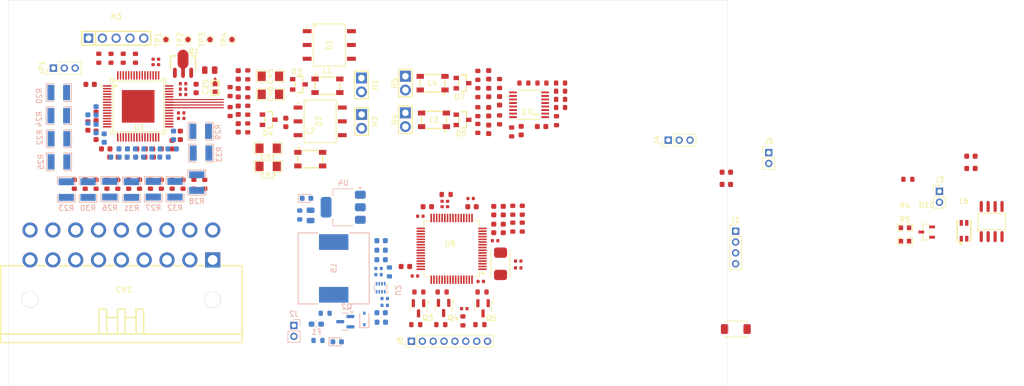
<source format=kicad_pcb>
(kicad_pcb (version 20241229) (generator "pcbnew") (generator_version "9.0")
  (layers (0 "F.Cu" signal) (2 "B.Cu" signal) (13 "F.Paste" user) (15 "B.Paste" user) (5 "F.SilkS" user "F.Silkscreen") (7 "B.SilkS" user "B.Silkscreen") (1 "F.Mask" user) (3 "B.Mask" user) (25 "Edge.Cuts" user))
  (net 0 "")
  (net 1 "/BMS Chips/LDOIN")
  (net 2 "Net-(C77-Pad1)")
  (net 3 "/BMS Chips/NPNB")
  (net 4 "CELL1-")
  (net 5 "Net-(C45-Pad1)")
  (net 6 "Net-(C46-Pad1)")
  (net 7 "LV_GND")
  (net 8 "Net-(D5-Pad2)")
  (net 9 "Net-(D5-Pad1)")
  (net 10 "Net-(D7-Pad2)")
  (net 11 "Net-(D7-Pad1)")
  (net 12 "/Comms Interfaces/CANL")
  (net 13 "/Comms Interfaces/CANH")
  (net 14 "SPI1_MOSI")
  (net 15 "SPI1_nSS")
  (net 16 "SPI1_SCLK")
  (net 17 "nFAULT")
  (net 18 "/Comms Interfaces/COMHP_mb")
  (net 19 "Net-(C60-Pad1)")
  (net 20 "Net-(R54-Pad1)")
  (net 21 "VIO")
  (net 22 "/Comms Interfaces/COMLN_mb")
  (net 23 "SPI1_MISO")
  (net 24 "/Comms Interfaces/COMHN_mb")
  (net 25 "/Comms Interfaces/COMLP_mb")
  (net 26 "Net-(R51-Pad2)")
  (net 27 "Net-(C59-Pad1)")
  (net 29 "Net-(C50-Pad2)")
  (net 30 "/BMS Chips/COMLP_ext")
  (net 31 "/BMS Chips/COMLN_ext")
  (net 32 "/BMS Chips/COMHP_ext")
  (net 33 "/BMS Chips/COMHN_ext")
  (net 34 "CB2")
  (net 35 "CELL2+")
  (net 36 "CELL1+")
  (net 37 "CB1")
  (net 38 "CELL3+")
  (net 39 "CB3")
  (net 40 "CELL5+")
  (net 41 "CB5")
  (net 42 "CELL7+")
  (net 43 "CB7")
  (net 44 "CB0")
  (net 45 "CELL4+")
  (net 46 "CB4")
  (net 47 "CB6")
  (net 48 "CELL6+")
  (net 49 "CELL9+")
  (net 50 "CB9")
  (net 51 "CELL11+")
  (net 52 "CB11")
  (net 53 "CB8")
  (net 54 "CELL8+")
  (net 55 "CB10")
  (net 56 "CELL10+")
  (net 57 "CELL12+")
  (net 58 "CB12")
  (net 59 "/Comms Interfaces/CAN_VREF")
  (net 60 "/BMS Chips/temp1")
  (net 61 "/BMS Chips/temp3")
  (net 62 "/BMS Chips/temp2")
  (net 63 "/BMS Chips/temp4")
  (net 64 "/Comms Interfaces/COMHP_mb_ext")
  (net 65 "/Comms Interfaces/COMHN_mb_ext")
  (net 66 "/Comms Interfaces/COMLN_mb_ext")
  (net 67 "/Comms Interfaces/COMLP_mb_ext")
  (net 68 "Net-(C46-Pad2)")
  (net 69 "Net-(C45-Pad2)")
  (net 70 "Net-(J3-Pin_1)")
  (net 71 "Net-(J3-Pin_2)")
  (net 77 "CELL_TOP")
  (net 78 "Net-(U1-GPIO5)")
  (net 79 "Net-(U1-GPIO6)")
  (net 80 "Net-(U1-GPIO7)")
  (net 81 "Net-(U1-GPIO8)")
  (net 82 "Net-(U2-EN)")
  (net 83 "Net-(U2-FB)")
  (net 84 "+12V")
  (net 85 "Net-(U2-SW)")
  (net 86 "Net-(U2-BST)")
  (net 89 "Net-(Q2-G)")
  (net 90 "Net-(Q2-D)")
  (net 91 "/MCU/nDISCHARGE_EN")
  (net 92 "/MCU/DISCHARGE_EN_12V")
  (net 93 "/MCU/CHARGE_EN_12V")
  (net 94 "/MCU/nCHARGE_EN")
  (net 95 "/MCU/nFAN_EN")
  (net 96 "/MCU/FAN_EN_12V")
  (net 97 "+5V")
  (net 98 "+3.3V")
  (net 99 "USART1_TX")
  (net 101 "CAN1_RX")
  (net 107 "/MCU/CURR_SENSE1")
  (net 109 "Net-(U6-PH0)")
  (net 111 "Net-(U6-VCAP_1)")
  (net 112 "CAN1_TX")
  (net 117 "/MCU/PROX_DETECT")
  (net 118 "/MCU/CHARGE_ON")
  (net 121 "USART1_RX")
  (net 126 "/MCU/SWCLK")
  (net 128 "/MCU/SWDIO")
  (net 136 "Net-(U6-PH1)")
  (net 138 "Net-(S1-B)")
  (net 141 "Net-(J4-Pin_2)")
  (net 143 "/MCU/CTRL_PILOT")
  (net 144 "Net-(U6-VCAP_2)")
  (net 145 "/MCU/CURR_SENSE2")
  (net 147 "Net-(U5-RS)")
  (net 148 "VC3")
  (net 149 "Net-(D6-Pad1)")
  (net 150 "VC1")
  (net 151 "VC12")
  (net 152 "VC4")
  (net 153 "VC5")
  (net 154 "VC6")
  (net 155 "VC7")
  (net 156 "VC9")
  (net 157 "VC10")
  (net 158 "VC11")
  (net 159 "VC8")
  (net 160 "/MCU/CHARGE_ON_12V")
  (net 161 "/MCU/PROX_DETECT_12V")
  (net 162 "/MCU/CURR_CHANNEL2")
  (net 163 "/MCU/CURR_CHANNEL1")
  (net 164 "Net-(D8-Pad1)")
  (net 165 "/BMS Chips/COMHP")
  (net 166 "/BMS Chips/TSREF")
  (net 167 "/BMS Chips/COMLN")
  (net 168 "/BMS Chips/COMLP")
  (net 169 "/BMS Chips/COMHN")
  (net 170 "VC0")
  (net 171 "/BMS Chips/CVDD")
  (net 172 "/BMS Chips/BAT")
  (net 173 "CB_TOP")
  (net 174 "Net-(U1-NEG5V)")
  (net 175 "Net-(U1-DVDD)")
  (net 176 "Net-(U1-AVDD)")
  (net 177 "Net-(U1-REFHP)")
  (net 178 "VBAT")
  (net 179 "VC2")
  (net 192 "/MCU/CTRL_PILOT_12V")
  (net 193 "Net-(C51-Pad1)")
  (net 194 "Net-(C52-Pad1)")
  (net 195 "Net-(D1-Pad2)")
  (net 197 "Net-(C52-Pad2)")
  (net 198 "Net-(C51-Pad2)")
  (footprint "easyeda2kicad:SOT-23_L2.9-W1.3-P1.90-LS2.4-BR" (layer "F.Cu") (at 135 72.02 180)
    (property "Reference" "D5")
    (property "Value" "PESD1CAN,215")
  )
  (footprint "easyeda2kicad:SOT-23_L2.9-W1.3-P1.90-LS2.4-BR" (layer "F.Cu") (at 104.91 65.5 180)
    (property "Reference" "D3")
    (property "Value" "PESD1CAN,215")
  )
  (footprint "TestPoint:TestPoint_Pad_D1.0mm" (layer "F.Cu") (at 80.45 57.25 90)
    (property "Reference" "TP1")
    (property "Value" "TestPoint_Small")
  )
  (footprint "PCM_JLCPCB:R_0603" (layer "F.Cu") (at 85.595 83.87 90)
    (property "Reference" "R17" (hide yes))
    (property "Value" "100Ω")
  )
  (footprint "PCM_JLCPCB:R_0603" (layer "F.Cu") (at 153.04725 65.25 180)
    (property "Reference" "R58" (hide yes))
    (property "Value" "10kΩ")
  )
  (footprint "PCM_JLCPCB:C_0603" (layer "F.Cu") (at 139.82 70.52 -90)
    (property "Reference" "C54" (hide yes))
    (property "Value" "220pF")
  )
  (footprint "PCM_JLCPCB:C_0402" (layer "F.Cu") (at 127.25 89.75 180)
    (property "Reference" "C64" (hide yes))
    (property "Value" "100nF")
  )
  (footprint "TestPoint:TestPoint_Pad_D1.0mm" (layer "F.Cu") (at 84.5 57.25 90)
    (property "Reference" "TP2")
    (property "Value" "TestPoint_Small")
  )
  (footprint "PCM_JLCPCB:C_0603" (layer "F.Cu") (at 83.095 74.87 90)
    (property "Reference" "C8" (hide yes))
    (property "Value" "470nF")
  )
  (footprint "easyeda2kicad:R0603" (layer "F.Cu") (at 216.4 91.87)
    (property "Reference" "R4")
    (property "Value" "0603WAF604JT5E")
  )
  (footprint "TestPoint:TestPoint_Pad_D1.0mm" (layer "F.Cu") (at 92.6 57.25 90)
    (property "Reference" "TP4")
    (property "Value" "TestPoint_Small")
  )
  (footprint "PCM_JLCPCB:C_0603" (layer "F.Cu") (at 69.375 77.37)
    (property "Reference" "C16" (hide yes))
    (property "Value" "470nF")
  )
  (footprint "PCM_JLCPCB:R_0603" (layer "F.Cu") (at 141.82 72.02 90)
    (property "Reference" "R45" (hide yes))
    (property "Value" "1kΩ")
  )
  (footprint "PCM_JLCPCB:R_0603" (layer "F.Cu") (at 83.595 83.87 90)
    (property "Reference" "R16" (hide yes))
    (property "Value" "100Ω")
  )
  (footprint "easyeda2kicad:R0603" (layer "F.Cu") (at 216.4 94.34)
    (property "Reference" "R5")
    (property "Value" "0603WAF604JT5E")
  )
  (footprint "PCM_JLCPCB:C_0603" (layer "F.Cu") (at 228.53 78.71)
    (property "Reference" "C11" (hide yes))
    (property "Value" "4.7nF")
  )
  (footprint "PCM_JLCPCB:C_0402" (layer "F.Cu") (at 138.36 101.75)
    (property "Reference" "C42" (hide yes))
    (property "Value" "100nF")
  )
  (footprint "PCM_JLCPCB:R_0603" (layer "F.Cu") (at 132 85.75 180)
    (property "Reference" "R67" (hide yes))
    (property "Value" "6.2kΩ")
  )
  (footprint "easyeda2kicad:C1206" (layer "F.Cu") (at 99.25 77.25)
    (property "Reference" "C51")
    (property "Value" "1206B222K102NT")
  )
  (footprint "PCM_JLCPCB:C_0402" (layer "F.Cu") (at 83.595 67.37 180)
    (property "Reference" "C78" (hide yes))
    (property "Value" "100nF")
  )
  (footprint "PCM_JLCPCB:R_0603" (layer "F.Cu") (at 141.82 65.34 90)
    (property "Reference" "R48" (hide yes))
    (property "Value" "1kΩ")
  )
  (footprint "easyeda2kicad:SOT-23_L2.9-W1.3-P1.90-LS2.4-BR" (layer "F.Cu") (at 99.35 72 180)
    (property "Reference" "D4")
    (property "Value" "PESD1CAN,215")
  )
  (footprint "PCM_JLCPCB:C_0603" (layer "F.Cu") (at 67.595 71.37 90)
    (property "Reference" "C14" (hide yes))
    (property "Value" "470nF")
  )
  (footprint "easyeda2kicad:HDR-TH_5P-P2.54-V-M" (layer "F.Cu") (at 71.29 57)
    (property "Reference" "H3")
    (property "Value" "PZ254V-11-05P")
  )
  (footprint "PCM_JLCPCB:R_0603" (layer "F.Cu") (at 216.93 82.96)
    (property "Reference" "R18" (hide yes))
    (property "Value" "0Ω")
  )
  (footprint "PCM_JLCPCB:R_0603" (layer "F.Cu") (at 138.21 109.6875)
    (property "Reference" "R76" (hide yes))
    (property "Value" "1kΩ")
  )
  (footprint "PCM_JLCPCB:R_0603" (layer "F.Cu") (at 87.595 83.87 90)
    (property "Reference" "R2" (hide yes))
    (property "Value" "100Ω")
  )
  (footprint "TestPoint:TestPoint_Pad_D1.0mm" (layer "F.Cu") (at 88.55 57.25 90)
    (property "Reference" "TP3")
    (property "Value" "TestPoint_Small")
  )
  (footprint "PCM_JLCPCB:C_0402" (layer "F.Cu") (at 83.25 71.75 180)
    (property "Reference" "C2" (hide yes))
    (property "Value" "1uF")
  )
  (footprint "PCM_JLCPCB:C_0402" (layer "F.Cu") (at 83.25 70.75)
    (property "Reference" "C4" (hide yes))
    (property "Value" "1uF")
  )
  (footprint "PCM_JLCPCB:R_0603" (layer "F.Cu") (at 95.5 70.25 90)
    (property "Reference" "R39" (hide yes))
    (property "Value" "49.9Ω")
  )
  (footprint "PCM_JLCPCB:R_0603" (layer "F.Cu") (at 146 91.75 -90)
    (property "Reference" "R62" (hide yes))
    (property "Value" "2kΩ")
  )
  (footprint "PCM_JLCPCB:R_0603" (layer "F.Cu") (at 81.595 83.87 90)
    (property "Reference" "R15" (hide yes))
    (property "Value" "100Ω")
  )
  (footprint "PCM_JLCPCB:C_0603" (layer "F.Cu") (at 72.595 77.37)
    (property "Reference" "C17" (hide yes))
    (property "Value" "470nF")
  )
  (footprint "PCM_JLCPCB:R_0603" (layer "F.Cu") (at 72.595 60.69 90)
    (property "Reference" "R43" (hide yes))
    (property "Value" "10kΩ")
  )
  (footprint "easyeda2kicad:FILTER-SMD_4P-L4.5-W3.2-TL_ACT45B" (layer "F.Cu") (at 129.5 65.27 180)
    (property "Reference" "L4")
    (property "Value" "ACT45B-101-2P-TL003")
  )
  (footprint "PCM_JLCPCB:CRYSTAL-SMD_L5.0-W3.2" (layer "F.Cu") (at 142 98.5 -90)
    (property "Reference" "X1" (hide yes))
    (property "Value" "X50328MSB2GI")
  )
  (footprint "Connector_PinHeader_2.00mm:PinHeader_1x02_P2.00mm_Vertical" (layer "F.Cu") (at 191.335 78.05)
    (property "Reference" "J5")
    (property "Value" "Conn_01x02_Pin")
  )
  (footprint "PCM_JLCPCB:C_0603" (layer "F.Cu") (at 93.75 70.25 90)
    (property "Reference" "C48" (hide yes))
    (property "Value" "220pF")
  )
  (footprint "PCM_JLCPCB:R_0603" (layer "F.Cu") (at 137.82 70.52 -90)
    (property "Reference" "R47" (hide yes))
    (property "Value" "49.9Ω")
  )
  (footprint "PCM_JLCPCB:R_0603" (layer "F.Cu") (at 131.01 109.6875)
    (property "Reference" "R74" (hide yes))
    (property "Value" "1kΩ")
  )
  (footprint "PCM_JLCPCB:R_0603" (layer "F.Cu") (at 74.845 60.69 90)
    (property "Reference" "R44" (hide yes))
    (property "Value" "10kΩ")
  )
  (footprint "PCM_JLCPCB:R_0603" (layer "F.Cu") (at 73.595 83.87 90)
    (property "Reference" "R11" (hide yes))
    (property "Value" "100Ω")
  )
  (footprint "easyeda2kicad:C1206" (layer "F.Cu") (at 99.66 67.33)
    (property "Reference" "C46")
    (property "Value" "1206B222K102NT")
  )
  (footprint "Connector_PinHeader_2.00mm:PinHeader_1x04_P2.00mm_Vertical" (layer "F.Cu") (at 185.245 92.5)
    (property "Reference" "J1")
    (property "Value" "Conn_01x04_Pin")
  )
  (footprint "PCM_JLCPCB:R_0603" (layer "F.Cu") (at 153.04725 69.75 180)
    (property "Reference" "R56" (hide yes))
    (property "Value" "10kΩ")
  )
  (footprint "easyeda2kicad:FILTER-SMD_4P-L4.5-W3.2-TL_ACT45B" (layer "F.Cu") (at 107 79.25)
    (property "Reference" "L2")
    (property "Value" "ACT45B-101-2P-TL003")
  )
  (footprint "PCM_JLCPCB:C_0603" (layer "F.Cu") (at 70.875 78.87)
    (property "Reference" "C20" (hide yes))
    (property "Value" "470nF")
  )
  (footprint "PCM_JLCPCB:R_0603" (layer "F.Cu") (at 75.595 83.87 90)
    (property "Reference" "R12" (hide yes))
    (property "Value" "100Ω")
  )
  (footprint "easyeda2kicad:SMD-6_L7.6-W6.9-P2.54-LS8.9-BL" (layer "F.Cu") (at 108.82 72.3 -90)
    (property "Reference" "D2")
    (property "Value" "SM91502ALE")
  )
  (footprint "PCM_JLCPCB:C_0603" (layer "F.Cu") (at 102.5 72.5 -90)
    (property "Reference" "C50" (hide yes))
    (property "Value" "100pF")
  )
  (footprint "PCM_JLCPCB:C_0603" (layer "F.Cu") (at 93.75 63.75 90)
    (property "Reference" "C43" (hide yes))
    (property "Value" "220pF")
  )
  (footprint "PCM_JLCPCB:R_0603" (layer "F.Cu") (at 137.82 67.02 90)
    (property "Reference" "R49" (hide yes))
    (property "Value" "49.9Ω")
  )
  (footprint "PCM_JLCPCB:R_0603" (layer "F.Cu") (at 68.095 60.69 90)
    (property "Reference" "R41" (hide yes))
    (property "Value" "10kΩ")
  )
  (footprint "PCM_JLCPCB:SOIC-8_L4.9-W3.9-P1.27-LS6.0-BL" (layer "F.Cu") (at 232.34 90.73)
    (property "Reference" "U5" (hide yes))
    (property "Value" "SN65HVD230DR")
  )
  (footprint "PCM_JLCPCB:C_0402" (layer "F.Cu") (at 145.25 99.25 180)
    (property "Reference" "C9" (hide yes))
    (property "Value" "20pF")
  )
  (footprint "PCM_JLCPCB:C_0603" (layer "F.Cu") (at 149.54725 73.25 180)
    (property "Reference" "C60" (hide yes))
    (property "Value" "220nF")
  )
  (footprint "easyeda2kicad:SOT-89-3_L4.5-W2.5-P1.50-LS4.1-TL-CW" (layer "F.Cu") (at 83.595 62.12 180)
    (property "Reference" "Q1")
    (property "Value" "BCX56-16,115")
  )
  (footprint "easyeda2kicad:HDR-TH_2P-P2.54-V-M" (layer "F.Cu") (at 124.5 65.27 -90)
    (property "Reference" "H5")
    (property "Value" "PZ254V-11-02P")
  )
  (footprint "easyeda2kicad:CONN-TH_15246180" (layer "F.Cu") (at 72.25 95.0375)
    (property "Reference" "CN1")
    (property "Value" "15246180")
  )
  (footprint "easyeda2kicad:SOT-23-3_L2.9-W1.3-P1.90-LS2.3-BR" (layer "F.Cu") (at 220.39 92.66)
    (property "Reference" "D10")
    (property "Value" "ESD2CANFD24DBZRQ1")
  )
  (footprint "easyeda2kicad:FILTER-SMD_4P-L4.5-W3.2-TL_ACT45B" (layer "F.Cu") (at 129.75 72.02 180)
    (property "Reference" "L3")
    (property "Value" "ACT45B-101-2P-TL003")
  )
  (footprint "PCM_JLCPCB:C_0603" (layer "F.Cu") (at 136.75 88)
    (property "Reference" "C65" (hide yes))
    (property "Value" "4.7uF")
  )
  (footprint "PCM_JLCPCB:C_0603" (layer "F.Cu") (at 145.79725 74 90)
    (property "Reference" "C61" (hide yes))
    (property "Value" "100nF")
  )
  (footprint "PCM_JLCPCB:C_0402" (layer "F.Cu") (at 83.595 65.37 180)
    (property "Reference" "C6" (hide yes))
    (property "Value" "100nF")
  )
  (footprint "PCM_JLCPCB:C_0603" (layer "F.Cu") (at 139.82 73.77 90)
    (property "Reference" "C53" (hide yes))
    (property "Value" "220pF")
  )
  (footprint "PCM_JLCPCB:R_0603" (layer "F.Cu") (at 95.5 63.75 90)
    (property "Reference" "R36" (hide yes))
    (property "Value" "49.9Ω")
  )
  (footprint "PCM_JLCPCB:C_0603" (layer "F.Cu") (at 66.095 73.15 -90)
    (property "Reference" "C13" (hide yes))
    (property "Value" "470nF")
  )
  (footprint "PCM_JLCPCB:C_0402" (layer "F.Cu") (at 145.25 98 180)
    (property "Reference" "C71" (hide yes))
    (property "Value" "20pF")
  )
  (footprint "PCM_JLCPCB:R_0603" (layer "F.Cu") (at 146 88.65 -90)
    (property "Reference" "R64" (hide yes))
    (property "Value" "2kΩ")
  )
  (footprint "PCM_JLCPCB:R_0603" (layer "F.Cu") (at 92.25 66.82 -90)
    (property "Reference" "R35" (hide yes))
    (property "Value" "1kΩ")
  )
  (footprint "PCM_JLCPCB:R_0603" (layer "F.Cu") (at 95.5 73.5 -90)
    (property "Reference" "R40" (hide yes))
    (property "Value" "49.9Ω")
  )
  (footprint "easyeda2kicad:FILTER-SMD_4P-L4.5-W3.2-TL_ACT45B" (layer "F.Cu") (at 110.16 65.75)
    (property "Reference" "L1")
    (property "Value" "ACT45B-101-2P-TL003")
  )
  (footprint "PCM_JLCPCB:C_0603" (layer "F.Cu") (at 67.595 74.87 90)
    (property "Reference" "C15" (hide yes))
    (property "Value" "470nF")
  )
  (footprint "easyeda2kicad:HTQFP-64_L10.0-W10.0-P0.50-LS12.0-BL-EP5.9" (layer "F.Cu") (at 75.345 69.54 -90)
    (property "Reference" "U1")
    (property "Value" "BQ79616PAPRQ1")
  )
  (footprint "PCM_JLCPCB:R_0603" (layer "F.Cu") (at 144.25 91.75 -90)
    (property "Reference" "R63" (hide yes))
    (property "Value" "3kΩ")
  )
  (footprint "easyeda2kicad:HDR-TH_2P-P2.54-V-M" (layer "F.Cu") (at 124.5 72 -90)
    (property "Reference" "H4")
    (property "Value" "PZ254V-11-02P")
  )
  (footprint "PCM_JLCPCB:C_0603" (layer "F.Cu") (at 142.5 92 -90)
    (property "Reference" "C73" (hide yes))
    (property "Value" "100nF")
  )
  (footprint "PCM_JLCPCB:C_0603" (layer "F.Cu") (at 75.875 77.37)
    (property "Reference" "C18" (hide yes))
    (property "Value" "470nF")
  )
  (footprint "PCM_JLCPCB:C_0603" (layer "F.Cu") (at 81.595 76.59 -90)
    (property "Reference" "C23" (hide yes))
    (property "Value" "470nF")
  )
  (footprint "PCM_JLCPCB:R_0402" (layer "F.Cu") (at 131.25 87.5 90)
    (property "Reference" "R68" (hide yes))
    (property "Value" "1kΩ" (hide yes))
  )
  (footprint "PCM_JLCPCB:R_0603" (layer "F.Cu") (at 137.82 73.59 90)
    (property "Reference" "R46" (hide yes))
    (property "Value" "49.9Ω")
  )
  (footprint "PCM_JLCPCB:C_0603" (layer "F.Cu") (at 139.82 63.74 -90)
    (property "Reference" "C57" (hide yes))
    (property "Value" "220pF")
  )
  (footprint "Package_QFP:LQFP-64_10x10mm_P0.5mm" (layer "F.Cu") (at 133 95.75 180)
    (property "Reference" "U6")
    (property "Value" "STM32F405RGTx")
  )
  (footprint "PCM_JLCPCB:R_0603" (layer "F.Cu") (at 135.08 109 90)
    (property "Reference" "R70" (hide yes))
    (property "Value" "6.2kΩ")
  )
  (footprint "PCM_JLCPCB:R_0603" (layer "F.Cu") (at 149.61725 65.25)
    (property "Reference" "R51" (hide yes))
    (property "Value" "100kΩ")
  )
  (footprint "PCM_JLCPCB:C_0603" (layer "F.Cu") (at 228.53 80.96)
    (property "Reference" "C12" (hide yes))
    (property "Value" "100nF")
  )
  (footprint "PCM_JLCPCB:R_0603" (layer "F.Cu") (at 92.25 70.5 -90)
    (property "Reference" "R38" (hide yes))
    (property "Value" "1kΩ")
  )
  (footprint "PCM_JLCPCB:R_0603" (layer "F.Cu") (at 63.595 83.87 90)
    (property "Reference" "R6" (hide yes))
    (property "Value" "100Ω")
  )
  (footprint "PCM_JLCPCB:C_0603" (layer "F.Cu") (at 93.75 73.5 -90)
    (property "Reference" "C49" (hide yes))
    (property "Value" "220pF")
  )
  (footprint "NetTie:NetTie-2_SMD_Pad0.5mm" (layer "F.Cu") (at 89.5 65 -90)
    (property "Reference" "NT1" (hide yes))
    (property "Value" "NetTie_2" (hide yes))
  )
  (footprint "PCM_JLCPCB:R_0603" (layer "F.Cu") (at 71.595 83.87 90)
    (property "Reference" "R10" (hide yes))
    (property "Value" "100Ω")
  )
  (footprint "PCM_JLCPCB:R_0603" (layer "F.Cu") (at 65.595 83.87 90)
    (property "Reference" "R7" (hide yes))
    (property "Value" "100Ω")
  )
  (footprint "PCM_JLCPCB:R_0402" (layer "F.Cu") (at 135.33 106.75)
    (property "Reference" "R71" (hide yes))
    (property "Value" "2kΩ" (hide yes))
  )
  (footprint "Package_TO_SOT_SMD:SOT-23" (layer "F.Cu") (at 138.78 106.6875 -90)
    (property "Reference" "Q5")
    (property "Value" "AO3400A")
  )
  (footprint "PCM_JLCPCB:R_0603" (layer "F.Cu") (at 67.595 83.87 90)
    (property "Reference" "R8" (hide yes))
    (property "Value" "100Ω")
  )
  (footprint "Connector_PinHeader_2.00mm:PinHeader_1x08_P2.00mm_Vertical" (layer "F.Cu") (at 125.61 112.75 90)
    (property "Reference" "J6")
    (property "Value" "Conn_01x08_Pin")
  )
  (footprint "easyeda2kicad:SOT-23_L2.9-W1.3-P1.90-LS2.4-BR" (layer "F.Cu") (at 135 65.27 180)
    (property "Reference" "D7")
    (property "Value" "PESD1CAN,215")
  )
  (footprint "easyeda2kicad:C0603" (layer "F.Cu") (at 89.505 66.15 90)
    (property "Reference" "C25")
    (property "Value" "CC0603KRX7R0BB103")
  )
  (footprint "PCM_JLCPCB:C_0603" (layer "F.Cu") (at 124.5 99 180)
    (property "Reference" "C27" (hide yes))
    (property "Value" "2.2uF")
  )
  (footprint "PCM_JLCPCB:R_0603" (layer "F.Cu") (at 131.26 103.6875 180)
    (property "Reference" "R73" (hide yes))
    (property "Value" "1kΩ")
  )
  (footprint "PCM_JLCPCB:R_0603" (layer "F.Cu") (at 138.6 103.6875)
    (property "Reference" "R75" (hide yes))
    (property "Value" "1kΩ")
  )
  (footprint "PCM_JLCPCB:C_0603" (layer "F.Cu") (at 140.75 92 -90)
    (property "Reference" "C74" (hide yes))
    (property "Value" "33nF")
  )
  (footprint "PCM_JLCPCB:C_0603" (layer "F.Cu") (at 183.535 81.65)
    (property "Reference" "C66" (hide yes))
    (property "Value" "1uF")
  )
  (footprint "PCM_JLCPCB:C_0603" (layer "F.Cu") (at 78.815 77.37)
    (property "Reference" "C19" (hide yes))
    (property "Value" "470nF")
  )
  (footprint "PCM_JLCPCB:C_0402" (layer "F.Cu") (at 126.25 100.75 180)
    (property "Reference" "C63" (hide yes))
    (property "Value" "100nF")
  )
  (footprint "easyeda2kicad:HDR-TH_2P-P2.54-V-M" (layer "F.Cu") (at 116.41 65.6 -90)
    (property "Reference" "H1")
    (property "Value" "PZ254V-11-02P")
  )
  (footprint "PCM_JLCPCB:C_0603" (layer "F.Cu") (at 74.095 78.87)
    (property "Reference" "C21" (hide yes))
    (property "Value" "470nF")
  )
  (footprint "PCM_JLCPCB:C_0402" (layer "F.Cu") (at 141 94.25)
    (property "Reference" "C62" (hide yes))
    (property "Value" "100nF")
  )
  (footprint "Connector_PinHeader_2.00mm:PinHeader_1x03_P2.00mm_Vertical" (layer "F.Cu") (at 59.75 62.5 90)
    (property "Reference" "JP1")
    (property "Value" "Jumper_3_Bridged12")
  )
  (footprint "PCM_JLCPCB:C_0603" (layer "F.Cu") (at 141.82 68.52 90)
    (property "Reference" "C59" (hide yes))
    (property "Value" "220nF")
  )
  (footprint "Package_TO_SOT_SMD:SOT-23" (layer "F.Cu") (at 126.91 106.6875 -90)
    (property "Reference" "Q3")
    (property "Value" "AO3400A")
  )
  (footprint "PCM_JLCPCB:C_0402" (layer "F.Cu") (at 136.5 86.5)
    (property "Reference" "C29" (hide yes))
    (property "Value" "100nF")
  )
  (footprint "PCM_JLCPCB:R_0603" (layer "F.Cu") (at 126.41 109.6875)
    (property "Reference" "R69" (hide yes))
    (property "Value" "1kΩ")
  )
  (footprint "easyeda2kicad:FILTER-SMD_4P-L3.9-W2.5-BL" (layer "F.Cu") (at 227.26 92.43)
    (property "Reference" "L6")
    (property "Value" "ACT1210-101-2P-TL00")
  )
  (footprint "easyeda2kicad:C1206" (layer "F.Cu") (at 99.25 80.58)
    (property "Reference" "C52")
    (property "Value" "1206B222K102NT")
  )
  (footprint "PCM_JLCPCB:R_0603" (layer "F.Cu") (at 69.595 83.87 90)
    (property "Reference" "R9" (hide yes))
    (property "Value" "100Ω")
  )
  (footprint "PCM_JLCPCB:R_0603" (layer "F.Cu") (at 144.25 88.65 90)
    (property "Reference" "R65" (hide yes))
    (property "Value" "3kΩ")
  )
  (footprint "PCM_JLCPCB:C_0402" (layer "F.Cu") (at 79.095 61.37 -90)
    (property "Reference" "C7" (hide yes))
    (property "Value" "2.2uF")
  )
  (footprint "PCM_JLCPCB:R_0603" (layer "F.Cu") (at 144.04725 74.25 -90)
    (property "Reference" "R54" (hide yes))
    (property "Value" "10Ω")
  )
  (footprint "PCM_JLCPCB:R_0603" (layer "F.Cu") (at 146.29725 65.25 180)
    (property "Reference" "R53" (hide yes))
    (property "Value" "0Ω")
  )
  (footprint "Connector_PinHeader_2.00mm:PinHeader_1x03_P2.00mm_Vertical" (layer "F.Cu") (at 172.86 75.75 90)
    (property "Reference" "J4")
    (property "Value" "Conn_01x03_Pin")
  )
  (footprint "PCM_JLCPCB:SW_TS-1088-AR02016" (layer "F.Cu") (at 185.285 110.5)
    (property "Reference" "S1" (hide yes))
    (property "Value" "Tactile Button, 160gf")
  )
  (footprint "PCM_JLCPCB:R_0805" (layer "F.Cu") (at 88.505 62.87)
    (property "Reference" "R1" (hide yes))
    (property "Value" "1kΩ")
  )
  (footprint "easyeda2kicad:HDR-TH_2P-P2.54-V-M" (layer "F.Cu") (at 116.45 72.3 -90)
    (property "Reference" "H2")
    (property "Value" "PZ254V-11-02P")
  )
  (footprint "PCM_JLCPCB:R_0603" (layer "F.Cu") (at 79.595 83.87 90)
    (property "Reference" "R14" (hide yes))
    (property "Value" "100Ω")
  )
  (footprint "PCM_JLCPCB:R_0603" (layer "F.Cu") (at 152.29725 72.18 -90)
    (property "Reference" "R52" (hide yes))
    (property "Value" "100kΩ")
  )
  (footprint "PCM_JLCPCB:R_0603" (layer "F.Cu") (at 153.04725 68.25 180)
    (property "Reference" "R55" (hide yes))
    (property "Value" "10kΩ")
  )
  (footprint "PCM_JLCPCB:C_0603" (layer "F.Cu") (at 86 66.25 -90)
    (property "Reference" "C77" (hide yes))
    (property "Value" "220nF")
  )
  (footprint "PCM_JLCPCB:C_0402" (layer "F.Cu") (at 83.595 66.37 180)
    (property "Reference" "C1" (hide yes))
    (property "Value" "4.7uF")
  )
  (footprint "PCM_JLCPCB:C_0603" (layer "F.Cu") (at 66.5 65.5 180)
    (property "Reference" "C24" (hide yes))
    (property "Value" "470nF")
  )
  (footprint "PCM_JLCPCB:R_0603" (layer "F.Cu") (at 95.5 67.03 -90)
    (property "Reference" "R37" (hide yes))
    (property "Value" "49.9Ω")
  )
  (footprint "Package_TO_SOT_SMD:SOT-23" (layer "F.Cu") (at 131.53 106.625 -90)
    (property "Reference" "Q4")
    (property "Value" "AO3400A")
  )
  (footprint "PCM_JLCPCB:C_0603" (layer "F.Cu") (at 140.75 88.72 90)
    (property "Reference" "C75" (hide yes))
    (property "Value" "100nF")
  )
  (footprint "PCM_JLCPCB:R_0603" (layer "F.Cu") (at 137.82 63.84 -90)
    (property "Reference" "R50" (hide yes))
    (property "Value" "49.9Ω")
  )
  (footprint "PCM_JLCPCB:C_0603" (layer "F.Cu") (at 77.375 78.87)
    (property "Reference" "C22" (hide yes))
    (property "Value" "470nF")
  )
  (footprint "PCM_JLCPCB:R_0603" (layer "F.Cu") (at 70.345 60.69 90)
    (property "Reference" "R42" (hide yes))
    (property "Value" "10kΩ")
  )
  (footprint "PCM_JLCPCB:C_0402" (layer "F.Cu") (at 78.095 61.37 -90)
    (property "Reference" "C5" (hide yes))
    (property "Value" "1uF")
  )
  (footprint "PCM_JLCPCB:C_0603" (layer "F.Cu") (at 139.82 66.99 90)
    (property "Reference" "C56" (hide yes))
    (property "Value" "220pF")
  )
  (footprint "PCM_JLCPCB:R_0603" (layer "F.Cu") (at 126.98 103.6875 180)
    (property "Reference" "R72" (hide yes))
    (property "Value" "1kΩ")
  )
  (footprint "easyeda2kicad:SMD-6_L7.6-W6.9-P2.54-LS8.9-BL" (layer "F.Cu") (at 110.5 58.25 -90)
    (property "Reference" "D1")
    (property "Value" "SM91502ALE")
  )
  (footprint "PCM_JLCPCB:R_0603" (layer "F.Cu") (at 153.04725 66.75 180)
    (property "Reference" "R57" (hide yes))
    (property "Value" "10kΩ")
  )
  (footprint "PCM_JLCPCB:C_0603" (layer "F.Cu") (at 128.53 88 180)
    (property "Reference" "C26" (hide yes))
    (property "Value" "2.2uF")
  )
  (footprint "PCM_JLCPCB:R_0402" (layer "F.Cu") (at 132.25 87.5 90)
    (property "Reference" "R66" (hide yes))
    (property "Value" "2kΩ" (hide yes))
  )
  (footprint "easyeda2kicad:SOIC_9600PWQ1_TEX" (layer "F.Cu") (at 147.25 69.25 180)
    (property "Reference" "U3")
    (property "Value" "PBQ79600PWQ1")
  )
  (footprint "Connector_PinHeader_2.00mm:PinHeader_1x02_P2.00mm_Vertical" (layer "F.Cu") (at 222.74 85.18)
    (property "Reference" "J3")
    (property "Value" "Conn_01x02_Pin")
  )
  (footprint "easyeda2kicad:C1206" (layer "F.Cu") (at 99.66 64)
    (property "Reference" "C45")
    (property "Value" "1206B222K102NT")
  )
  (footprint "PCM_JLCPCB:R_0603" (layer "F.Cu") (at 77.595 83.87 90)
    (property "Reference" "R13" (hide yes))
    (property "Value" "100Ω")
  )
  (footprint "PCM_JLCPCB:C_0603" (layer "F.Cu") (at 142.5 88.72 90)
    (property "Reference" "C76" (hide yes))
    (property "Value" "33nF")
  )
  (footprint "PCM_JLCPCB:C_0603" (layer "F.Cu") (at 183.535 83.9)
    (property "Reference" "C70" (hide yes))
    (property "Value" "100nF")
  )
  (footprint "PCM_JLCPCB:C_0603" (layer "F.Cu") (at 93.75 67.03 -90)
    (property "Reference" "C44" (hide yes))
    (property "Value" "220pF")
  )
  (footprint "easyeda2kicad:R1210" (layer "B.Cu") (at 57.135 71.87 180)
    (property "Reference" "R24")
    (property "Value" "RTT12100JTP")
  )
  (footprint "PCM_JLCPCB:C_0603" (layer "B.Cu") (at 69.095 75.37 -90)
    (property "Reference" "C33" (hide yes))
    (property "Value" "470nF")
  )
  (footprint "PCM_JLCPCB:R_0603" (layer "B.Cu") (at 108.42 112.6014 180)
    (property "Reference" "R19" (hide yes))
    (property "Value" "13kΩ")
  )
  (footprint "PCM_JLCPCB:C_0603" (layer "B.Cu") (at 71.095 78.87)
    (property "Reference" "C31" (hide yes))
    (property "Value" "470nF")
  )
  (footprint "PCM_JLCPCB:C_0603" (layer "B.Cu") (at 66.095 71.87 -90)
    (property "Reference" "C32" (hide yes))
    (property "Value" "470nF")
  )
  (footprint "Connector_PinHeader_2.00mm:PinHeader_1x02_P2.00mm_Vertical" (layer "B.Cu") (at 103.99 109.8514 180)
    (property "Reference" "J2")
    (property "Value" "Conn_01x02_Pin")
  )
  (footprint "PCM_JLCPCB:R_0603" (layer "B.Cu") (at 105.06 89.5228 90)
    (property "Reference" "R61" (hide yes))
    (property "Value" "3kΩ")
  )
  (footprint "PCM_JLCPCB:C_0603" (layer "B.Cu") (at 75.595 77.37)
    (property "Reference" "C39" (hide yes))
    (property "Value" "470nF")
  )
  (footprint "PCM_JLCPCB:C_0603" (layer "B.Cu") (at 72.595 77.37)
    (property "Reference" "C38" (hide yes))
    (property "Value" "470nF")
  )
  (footprint "easyeda2kicad:R1210" (layer "B.Cu") (at 73.5 81.25 90)
    (property "Reference" "R31")
    (property "Value" "RTT12100JTP")
  )
  (footprint "PCM_JLCPCB:R_0402" (layer "B.Cu") (at 120.694 106.144)
    (property "Reference" "R60" (hide yes))
    (property "Value" "10kΩ" (hide yes))
  )
  (footprint "PCM_JLCPCB:C_0603" (layer "B.Cu") (at 67.595 73.62 -90)
    (property "Reference" "C30" (hide yes))
    (property "Value" "470nF")
  )
  (footprint "easyeda2kicad:R1210" (layer "B.Cu") (at 83.25 74.75 180)
    (property "Reference" "R29")
    (property "Value" "RTT12100JTP")
  )
  (footprint "PCM_JLCPCB:C_0603" (layer "B.Cu") (at 81.845 74.87 -90)
    (property "Reference" "C37" (hide yes))
    (property "Value" "470nF")
  )
  (footprint "easyeda2kicad:IND_BOURNS_SRR1240" (layer "B.Cu") (at 111.31 99.3514 -90)
    (property "Reference" "L5")
    (property "Value" "SRR1206-120ML")
  )
  (footprint "Package_TO_SOT_SMD:SOT-23" (layer "B.Cu") (at 113.444 109.144 180)
    (property "Reference" "Q2")
    (property "Value" "AO3401A")
  )
  (footprint "easyeda2kicad:R1210" (layer "B.Cu") (at 61.5 81.25 90)
    (property "Reference" "R23")
    (property "Value" "RTT12100JTP")
  )
  (footprint "PCM_JLCPCB:R_0603" (layer "B.Cu") (at 121.56 100 90)
    (property "Reference" "R21" (hide yes))
    (property "Value" "9.1kΩ")
  )
  (footprint "PCM_JLCPCB:D_0603" (layer "B.Cu") (at 111.95 112.8514)
    (property "Reference" "D6" (hide yes))
    (property "Value" "Red")
  )
  (footprint "easyeda2kicad:R1210" (layer "B.Cu") (at 64.365 74.88)
    (property "Reference" "R22")
    (property "Value" "RTT12100JTP")
  )
  (footprint "Package_TO_SOT_SMD:SOT-583-8" (layer "B.Cu") (at 119.944 102.904 90)
    (property "Reference" "U2")
    (property "Value" "TPS563300")
  )
  (footprint "PCM_JLCPCB:C_0603" (layer "B.Cu") (at 120.03 96)
    (property "Reference" "C67" (hide yes))
    (property "Value" "10uF")
  )
  (footprint "easyeda2kicad:R1210" (layer "B.Cu") (at 83.31 78.75 180)
    (property "Reference" "R33")
    (property "Value" "RTT12100JTP")
  )
  (footprint "PCM_JLCPCB:C_0603" (layer "B.Cu") (at 67.595 70.37 -90)
    (property "Reference" "C28" (hide yes))
    (property "Value" "470nF")
  )
  (footprint "easyeda2kicad:R1210" (layer "B.Cu") (at 57.135 67.62 180)
    (property "Reference" "R20")
    (property "Value" "RTT12100JTP")
  )
  (footprint "PCM_JLCPCB:C_0603" (layer "B.Cu") (at 78.595 77.37)
    (property "Reference" "C40" (hide yes))
    (property "Value" "470nF")
  )
  (footprint "easyeda2kicad:R1210" (layer "B.Cu") (at 85.5 79.965 90)
    (property "Reference" "R28")
    (property "Value" "RTT12100JTP")
  )
  (footprint "PCM_JLCPCB:R_0402" (layer "B.Cu") (at 119.56 99.356)
    (property "Reference" "R34" (hide yes))
    (property "Value" "47kΩ" (hide yes))
  )
  (footprint "PCM_JLCPCB:D_0603" (layer "B.Cu") (at 106.31 86.4528)
    (property "Reference" "D8" (hide yes))
    (property "Value" "Yellow")
  )
  (footprint "PCM_JLCPCB:R_0603" (layer "B.Cu") (at 109.74 107.6014 180)
    (property "Reference" "R3" (hide yes))
    (property "Value" "13kΩ")
  )
  (footprint "easyeda2kicad:R1210" (layer "B.Cu") (at 64.365 79.13)
    (property "Reference" "R25")
    (property "Value" "RTT12100JTP")
  )
  (footprint "PCM_JLCPCB:C_0603" (layer "B.Cu") (at 120.03 107.5 180)
    (property "Reference" "C10" (hide yes))
    (property "Value" "10uF")
  )
  (footprint "Package_TO_SOT_SMD:SOT-223-3_TabPin2" (layer "B.Cu") (at 113.06 88.1014 180)
    (property "Reference" "U4")
    (property "Value" "AMS1117-3.3")
  )
  (footprint "PCM_JLCPCB:C_0805" (layer "B.Cu") (at 107.06 89.6014 -90)
    (property "Reference" "C69" (hide yes))
    (property "Value" "22uF")
  )
  (footprint "PCM_JLCPCB:C_0603" (layer "B.Cu") (at 120.03 94.25)
    (property "Reference" "C68" (hide yes))
    (property "Value" "100nF")
  )
  (footprint "PCM_JLCPCB:C_0603" (layer "B.Cu") (at 74.095 78.87)
    (property "Reference" "C34" (hide yes))
    (property "Value" "470nF")
  )
  (footprint "PCM_JLCPCB:C_0603" (layer "B.Cu") (at 120.03 97.75)
    (property "Reference" "C55" (hide yes))
    (property "Value" "10uF")
  )
  (footprint "easyeda2kicad:R1210" (layer "B.Cu") (at 77.5 81.19 90)
    (property "Reference" "R27")
    (property "Value" "RTT12100JTP")
  )
  (footprint "easyeda2kicad:R1210" (layer "B.Cu") (at 69.5 81.19 90)
    (property "Reference" "R26")
    (property "Value" "RTT12100JTP")
  )
  (footprint "Fuse:Fuse_0603_1608Metric_Pad1.05x0.95mm_HandSolder" (layer "B.Cu") (at 108.115 109.6014)
    (property "Reference" "F1")
    (property "Value" "Fuse")
  )
  (footprint "PCM_JLCPCB:R_0402" (layer "B.Cu") (at 120.694 104.894)
    (property "Reference" "R59" (hide yes))
    (property "Value" "2.2kΩ" (hide yes))
  )
  (footprint "PCM_JLCPCB:C_0402" (layer "B.Cu") (at 119.56 100.5 180)
    (property "Reference" "C3" (hide yes))
    (property "Value" "100nF")
  )
  (footprint "easyeda2kicad:R1210" (layer "B.Cu") (at 65.5 81.25 90)
    (property "Reference" "R30")
    (property "Value" "RTT12100JTP")
  )
  (footprint "PCM_JLCPCB:D_SOD-323" (layer "B.Cu") (at 116.944 108.644 90)
    (property "Reference" "D9" (hide yes))
    (property "Value" "BZT52C10S")
  )
  (footprint "easyeda2kicad:R1210" (layer "B.Cu") (at 81.5 81.19 90)
    (property "Reference" "R32")
    (property "Value" "RTT12100JTP")
  )
  (footprint "PCM_JLCPCB:C_0603" (layer "B.Cu") (at 80.095 78.87)
    (property "Reference" "C36" (hide yes))
    (property "Value" "470nF")
  )
  (footprint "PCM_JLCPCB:C_0603" (layer "B.Cu") (at 120.06 109.25 180)
    (property "Reference" "C58" (hide yes))
    (property "Value" "100nF")
  )
  (footprint "PCM_JLCPCB:C_0603" (layer "B.Cu") (at 77.095 78.87)
    (property "Reference" "C35" (hide yes))
    (property "Value" "470nF")
  )
  (footprint "PCM_JLCPCB:C_0603" (layer "B.Cu") (at 81.595 77.37)
    (property "Reference" "C41" (hide yes))
    (property "Value" "470nF")
  )
  (gr_rect (start 51.5 50) (end 183.75 121) (stroke (width 0.05)) (fill no) (layer "Edge.Cuts"))
  (segment (start 81.045 68.29) (end 90.96 68.29) (width 0.2) (layer "F.Cu") (net 165))
  (segment (start 91 68.25) (end 90.96 68.29) (width 0.2) (layer "F.Cu") (net 165))
  (segment (start 81.045 69.29) (end 90.96 69.29) (width 0.2) (layer "F.Cu") (net 167))
  (segment (start 91 69.25) (end 90.96 69.29) (width 0.2) (layer "F.Cu") (net 167))
  (segment (start 91 69.75) (end 90.96 69.79) (width 0.2) (layer "F.Cu") (net 168))
  (segment (start 81.045 69.79) (end 90.96 69.79) (width 0.2) (layer "F.Cu") (net 168))
  (segment (start 81.045 68.79) (end 90.96 68.79) (width 0.2) (layer "F.Cu") (net 169))
  (segment (start 91 68.75) (end 90.96 68.79) (width 0.2) (layer "F.Cu") (net 169))
)
</source>
